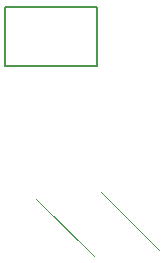
<source format=gbr>
%TF.GenerationSoftware,KiCad,Pcbnew,8.0.4*%
%TF.CreationDate,2024-10-20T10:17:19-04:00*%
%TF.ProjectId,ABSIS_Pro_Micro,41425349-535f-4507-926f-5f4d6963726f,rev?*%
%TF.SameCoordinates,Original*%
%TF.FileFunction,Other,Comment*%
%FSLAX46Y46*%
G04 Gerber Fmt 4.6, Leading zero omitted, Abs format (unit mm)*
G04 Created by KiCad (PCBNEW 8.0.4) date 2024-10-20 10:17:19*
%MOMM*%
%LPD*%
G01*
G04 APERTURE LIST*
%ADD10C,0.050800*%
%ADD11C,0.100000*%
%ADD12C,0.127000*%
G04 APERTURE END LIST*
D10*
%TO.C,U3*%
X147259169Y-103878653D02*
X152126467Y-108745951D01*
D11*
X152739781Y-103268998D02*
X157696882Y-108226099D01*
D12*
%TO.C,USB1*%
X144601100Y-92613600D02*
X144601100Y-87613600D01*
X152401100Y-87613600D02*
X144601100Y-87613600D01*
X152401100Y-92613600D02*
X144601100Y-92613600D01*
X152401100Y-92613600D02*
X152401100Y-87613600D01*
%TD*%
M02*

</source>
